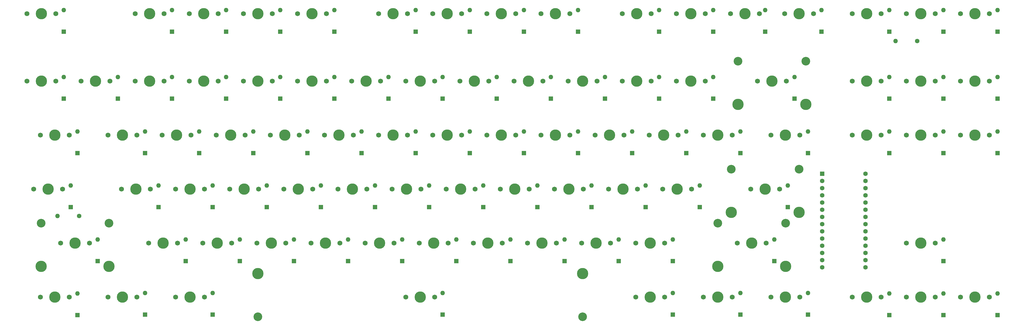
<source format=gbr>
%TF.GenerationSoftware,KiCad,Pcbnew,(6.0.2)*%
%TF.CreationDate,2022-02-20T23:43:42-05:00*%
%TF.ProjectId,TKL,544b4c2e-6b69-4636-9164-5f7063625858,rev?*%
%TF.SameCoordinates,Original*%
%TF.FileFunction,Soldermask,Top*%
%TF.FilePolarity,Negative*%
%FSLAX46Y46*%
G04 Gerber Fmt 4.6, Leading zero omitted, Abs format (unit mm)*
G04 Created by KiCad (PCBNEW (6.0.2)) date 2022-02-20 23:43:42*
%MOMM*%
%LPD*%
G01*
G04 APERTURE LIST*
%ADD10C,1.750000*%
%ADD11C,3.987800*%
%ADD12C,3.048000*%
%ADD13R,1.600000X1.600000*%
%ADD14C,1.600000*%
%ADD15O,1.600000X1.600000*%
G04 APERTURE END LIST*
D10*
%TO.C,MX33*%
X40957501Y-131762501D03*
X51117501Y-131762501D03*
D11*
X46037501Y-131762501D03*
%TD*%
D10*
%TO.C,MX59*%
X251142501Y-150812501D03*
D11*
X246062501Y-150812501D03*
D10*
X240982501Y-150812501D03*
%TD*%
%TO.C,MX81*%
X250507501Y-188912501D03*
D11*
X255587501Y-188912501D03*
D10*
X260667501Y-188912501D03*
%TD*%
%TO.C,MX68*%
X146367501Y-169862501D03*
X136207501Y-169862501D03*
D11*
X141287501Y-169862501D03*
%TD*%
D10*
%TO.C,MX31*%
X336867501Y-112712501D03*
D11*
X331787501Y-112712501D03*
D10*
X326707501Y-112712501D03*
%TD*%
%TO.C,MX71*%
X193357501Y-169862501D03*
D11*
X198437501Y-169862501D03*
D10*
X203517501Y-169862501D03*
%TD*%
%TO.C,MX11*%
X274955001Y-88900001D03*
X264795001Y-88900001D03*
D11*
X269875001Y-88900001D03*
%TD*%
D10*
%TO.C,MX76*%
X364807501Y-131762501D03*
D11*
X369887501Y-131762501D03*
D10*
X374967501Y-131762501D03*
%TD*%
%TO.C,MX6*%
X160020001Y-88900001D03*
D11*
X165100001Y-88900001D03*
D10*
X170180001Y-88900001D03*
%TD*%
D12*
%TO.C,MX61*%
X308006751Y-143827501D03*
D10*
X290988751Y-150812501D03*
D12*
X284130751Y-143827501D03*
D10*
X301148751Y-150812501D03*
D11*
X296068751Y-150812501D03*
X308006751Y-159067501D03*
X284130751Y-159067501D03*
%TD*%
D10*
%TO.C,MX37*%
X121920001Y-131762501D03*
D11*
X127000001Y-131762501D03*
D10*
X132080001Y-131762501D03*
%TD*%
%TO.C,MX66*%
X98107501Y-169862501D03*
X108267501Y-169862501D03*
D11*
X103187501Y-169862501D03*
%TD*%
D10*
%TO.C,MX72*%
X212407501Y-169862501D03*
D11*
X217487501Y-169862501D03*
D10*
X222567501Y-169862501D03*
%TD*%
D11*
%TO.C,MX79*%
X93662501Y-188912501D03*
D10*
X88582501Y-188912501D03*
X98742501Y-188912501D03*
%TD*%
D11*
%TO.C,MX26*%
X212725001Y-112712501D03*
D10*
X207645001Y-112712501D03*
X217805001Y-112712501D03*
%TD*%
D11*
%TO.C,MX22*%
X136525001Y-112712501D03*
D10*
X141605001Y-112712501D03*
X131445001Y-112712501D03*
%TD*%
D11*
%TO.C,MX64*%
X65119251Y-178117501D03*
D10*
X48101251Y-169862501D03*
D12*
X41243251Y-162877501D03*
D11*
X53181251Y-169862501D03*
D12*
X65119251Y-162877501D03*
D10*
X58261251Y-169862501D03*
D11*
X41243251Y-178117501D03*
%TD*%
D10*
%TO.C,MX28*%
X255905001Y-112712501D03*
X245745001Y-112712501D03*
D11*
X250825001Y-112712501D03*
%TD*%
%TO.C,MX27*%
X231775001Y-112712501D03*
D10*
X236855001Y-112712501D03*
X226695001Y-112712501D03*
%TD*%
%TO.C,MX29*%
X274955001Y-112712501D03*
X264795001Y-112712501D03*
D11*
X269875001Y-112712501D03*
%TD*%
%TO.C,MX65*%
X84137501Y-169862501D03*
D10*
X79057501Y-169862501D03*
X89217501Y-169862501D03*
%TD*%
%TO.C,MX54*%
X155892501Y-150812501D03*
D11*
X150812501Y-150812501D03*
D10*
X145732501Y-150812501D03*
%TD*%
%TO.C,MX80*%
X169545001Y-188912501D03*
D11*
X117475001Y-180657501D03*
X231775001Y-180657501D03*
D10*
X179705001Y-188912501D03*
D11*
X174625001Y-188912501D03*
D12*
X231775001Y-195897501D03*
X117475001Y-195897501D03*
%TD*%
D10*
%TO.C,MX42*%
X227330001Y-131762501D03*
D11*
X222250001Y-131762501D03*
D10*
X217170001Y-131762501D03*
%TD*%
D11*
%TO.C,MX16*%
X369887501Y-88900001D03*
D10*
X374967501Y-88900001D03*
X364807501Y-88900001D03*
%TD*%
D11*
%TO.C,MX5*%
X136525001Y-88900001D03*
D10*
X141605001Y-88900001D03*
X131445001Y-88900001D03*
%TD*%
%TO.C,MX24*%
X179705001Y-112712501D03*
D11*
X174625001Y-112712501D03*
D10*
X169545001Y-112712501D03*
%TD*%
%TO.C,MX56*%
X193992501Y-150812501D03*
D11*
X188912501Y-150812501D03*
D10*
X183832501Y-150812501D03*
%TD*%
%TO.C,MX12*%
X294005001Y-88900001D03*
D11*
X288925001Y-88900001D03*
D10*
X283845001Y-88900001D03*
%TD*%
D11*
%TO.C,MX30*%
X286512001Y-120967501D03*
D12*
X310388001Y-105727501D03*
D11*
X298450001Y-112712501D03*
D10*
X293370001Y-112712501D03*
D11*
X310388001Y-120967501D03*
D12*
X286512001Y-105727501D03*
D10*
X303530001Y-112712501D03*
%TD*%
%TO.C,MX55*%
X174942501Y-150812501D03*
X164782501Y-150812501D03*
D11*
X169862501Y-150812501D03*
%TD*%
D10*
%TO.C,MX73*%
X241617501Y-169862501D03*
D11*
X236537501Y-169862501D03*
D10*
X231457501Y-169862501D03*
%TD*%
%TO.C,MX48*%
X345757501Y-131762501D03*
D11*
X350837501Y-131762501D03*
D10*
X355917501Y-131762501D03*
%TD*%
D11*
%TO.C,MX14*%
X331787501Y-88900001D03*
D10*
X326707501Y-88900001D03*
X336867501Y-88900001D03*
%TD*%
%TO.C,MX34*%
X74930001Y-131762501D03*
X64770001Y-131762501D03*
D11*
X69850001Y-131762501D03*
%TD*%
D10*
%TO.C,MX20*%
X93345001Y-112712501D03*
X103505001Y-112712501D03*
D11*
X98425001Y-112712501D03*
%TD*%
D10*
%TO.C,MX43*%
X236220001Y-131762501D03*
X246380001Y-131762501D03*
D11*
X241300001Y-131762501D03*
%TD*%
D10*
%TO.C,MX67*%
X117157501Y-169862501D03*
X127317501Y-169862501D03*
D11*
X122237501Y-169862501D03*
%TD*%
%TO.C,MX70*%
X179387501Y-169862501D03*
D10*
X174307501Y-169862501D03*
X184467501Y-169862501D03*
%TD*%
%TO.C,MX9*%
X227330001Y-88900001D03*
X217170001Y-88900001D03*
D11*
X222250001Y-88900001D03*
%TD*%
%TO.C,MX45*%
X279400001Y-131762501D03*
D10*
X284480001Y-131762501D03*
X274320001Y-131762501D03*
%TD*%
%TO.C,MX32*%
X364807501Y-112712501D03*
D11*
X369887501Y-112712501D03*
D10*
X374967501Y-112712501D03*
%TD*%
D11*
%TO.C,MX39*%
X165100001Y-131762501D03*
D10*
X170180001Y-131762501D03*
X160020001Y-131762501D03*
%TD*%
%TO.C,MX3*%
X103505001Y-88900001D03*
D11*
X98425001Y-88900001D03*
D10*
X93345001Y-88900001D03*
%TD*%
%TO.C,MX41*%
X198120001Y-131762501D03*
X208280001Y-131762501D03*
D11*
X203200001Y-131762501D03*
%TD*%
D10*
%TO.C,MX50*%
X79692501Y-150812501D03*
X69532501Y-150812501D03*
D11*
X74612501Y-150812501D03*
%TD*%
%TO.C,MX2*%
X79375001Y-88900001D03*
D10*
X84455001Y-88900001D03*
X74295001Y-88900001D03*
%TD*%
%TO.C,MX46*%
X308292501Y-131762501D03*
D11*
X303212501Y-131762501D03*
D10*
X298132501Y-131762501D03*
%TD*%
D13*
%TO.C,U1*%
X316166501Y-145415001D03*
D14*
X316166501Y-147955001D03*
X316166501Y-150495001D03*
X316166501Y-153035001D03*
X316166501Y-155575001D03*
X316166501Y-158115001D03*
X316166501Y-160655001D03*
X316166501Y-163195001D03*
X316166501Y-165735001D03*
X316166501Y-168275001D03*
X316166501Y-170815001D03*
X316166501Y-173355001D03*
X316166501Y-175895001D03*
X316166501Y-178435001D03*
X331406501Y-178435001D03*
X331406501Y-175895001D03*
X331406501Y-173355001D03*
X331406501Y-170815001D03*
X331406501Y-168275001D03*
X331406501Y-165735001D03*
X331406501Y-163195001D03*
X331406501Y-160655001D03*
X331406501Y-158115001D03*
X331406501Y-155575001D03*
X331406501Y-153035001D03*
X331406501Y-150495001D03*
X331406501Y-147955001D03*
X331406501Y-145415001D03*
%TD*%
D11*
%TO.C,MX77*%
X46037501Y-188912501D03*
D10*
X51117501Y-188912501D03*
X40957501Y-188912501D03*
%TD*%
%TO.C,MX19*%
X84455001Y-112712501D03*
X74295001Y-112712501D03*
D11*
X79375001Y-112712501D03*
%TD*%
D10*
%TO.C,MX78*%
X74930001Y-188912501D03*
D11*
X69850001Y-188912501D03*
D10*
X64770001Y-188912501D03*
%TD*%
%TO.C,MX15*%
X355917501Y-88900001D03*
D11*
X350837501Y-88900001D03*
D10*
X345757501Y-88900001D03*
%TD*%
%TO.C,MX44*%
X255270001Y-131762501D03*
D11*
X260350001Y-131762501D03*
D10*
X265430001Y-131762501D03*
%TD*%
D11*
%TO.C,MX75*%
X279368251Y-178117501D03*
D12*
X279368251Y-162877501D03*
X303244251Y-162877501D03*
D10*
X296386251Y-169862501D03*
D11*
X303244251Y-178117501D03*
D10*
X286226251Y-169862501D03*
D11*
X291306251Y-169862501D03*
%TD*%
%TO.C,MX85*%
X350837501Y-188912501D03*
D10*
X345757501Y-188912501D03*
X355917501Y-188912501D03*
%TD*%
%TO.C,MX7*%
X189230001Y-88900001D03*
D11*
X184150001Y-88900001D03*
D10*
X179070001Y-88900001D03*
%TD*%
%TO.C,MX60*%
X260032501Y-150812501D03*
X270192501Y-150812501D03*
D11*
X265112501Y-150812501D03*
%TD*%
D10*
%TO.C,MX40*%
X179070001Y-131762501D03*
X189230001Y-131762501D03*
D11*
X184150001Y-131762501D03*
%TD*%
D10*
%TO.C,MX84*%
X336867501Y-188912501D03*
D11*
X331787501Y-188912501D03*
D10*
X326707501Y-188912501D03*
%TD*%
D11*
%TO.C,MX21*%
X117475001Y-112712501D03*
D10*
X122555001Y-112712501D03*
X112395001Y-112712501D03*
%TD*%
%TO.C,MX49*%
X48736251Y-150812501D03*
D11*
X43656251Y-150812501D03*
D10*
X38576251Y-150812501D03*
%TD*%
%TO.C,MX4*%
X112395001Y-88900001D03*
D11*
X117475001Y-88900001D03*
D10*
X122555001Y-88900001D03*
%TD*%
D11*
%TO.C,MX1*%
X41275001Y-88900001D03*
D10*
X46355001Y-88900001D03*
X36195001Y-88900001D03*
%TD*%
D11*
%TO.C,MX23*%
X155575001Y-112712501D03*
D10*
X160655001Y-112712501D03*
X150495001Y-112712501D03*
%TD*%
D11*
%TO.C,MX13*%
X307975001Y-88900001D03*
D10*
X313055001Y-88900001D03*
X302895001Y-88900001D03*
%TD*%
D11*
%TO.C,MX38*%
X146050001Y-131762501D03*
D10*
X140970001Y-131762501D03*
X151130001Y-131762501D03*
%TD*%
%TO.C,MX63*%
X345757501Y-112712501D03*
D11*
X350837501Y-112712501D03*
D10*
X355917501Y-112712501D03*
%TD*%
%TO.C,MX83*%
X308292501Y-188912501D03*
X298132501Y-188912501D03*
D11*
X303212501Y-188912501D03*
%TD*%
%TO.C,MX8*%
X203200001Y-88900001D03*
D10*
X208280001Y-88900001D03*
X198120001Y-88900001D03*
%TD*%
%TO.C,MX47*%
X336867501Y-131762501D03*
D11*
X331787501Y-131762501D03*
D10*
X326707501Y-131762501D03*
%TD*%
D11*
%TO.C,MX57*%
X207962501Y-150812501D03*
D10*
X213042501Y-150812501D03*
X202882501Y-150812501D03*
%TD*%
%TO.C,MX82*%
X274320001Y-188912501D03*
D11*
X279400001Y-188912501D03*
D10*
X284480001Y-188912501D03*
%TD*%
%TO.C,MX10*%
X245745001Y-88900001D03*
D11*
X250825001Y-88900001D03*
D10*
X255905001Y-88900001D03*
%TD*%
%TO.C,MX62*%
X355917501Y-169862501D03*
D11*
X350837501Y-169862501D03*
D10*
X345757501Y-169862501D03*
%TD*%
%TO.C,MX36*%
X113030001Y-131762501D03*
D11*
X107950001Y-131762501D03*
D10*
X102870001Y-131762501D03*
%TD*%
%TO.C,MX52*%
X117792501Y-150812501D03*
X107632501Y-150812501D03*
D11*
X112712501Y-150812501D03*
%TD*%
%TO.C,MX25*%
X193675001Y-112712501D03*
D10*
X198755001Y-112712501D03*
X188595001Y-112712501D03*
%TD*%
D11*
%TO.C,MX35*%
X88900001Y-131762501D03*
D10*
X83820001Y-131762501D03*
X93980001Y-131762501D03*
%TD*%
%TO.C,MX17*%
X46355001Y-112712501D03*
X36195001Y-112712501D03*
D11*
X41275001Y-112712501D03*
%TD*%
D10*
%TO.C,MX69*%
X165417501Y-169862501D03*
X155257501Y-169862501D03*
D11*
X160337501Y-169862501D03*
%TD*%
%TO.C,MX86*%
X369887501Y-188912501D03*
D10*
X374967501Y-188912501D03*
X364807501Y-188912501D03*
%TD*%
%TO.C,MX74*%
X260667501Y-169862501D03*
D11*
X255587501Y-169862501D03*
D10*
X250507501Y-169862501D03*
%TD*%
%TO.C,MX18*%
X55245001Y-112712501D03*
D11*
X60325001Y-112712501D03*
D10*
X65405001Y-112712501D03*
%TD*%
%TO.C,MX58*%
X221932501Y-150812501D03*
D11*
X227012501Y-150812501D03*
D10*
X232092501Y-150812501D03*
%TD*%
D11*
%TO.C,MX51*%
X93662501Y-150812501D03*
D10*
X88582501Y-150812501D03*
X98742501Y-150812501D03*
%TD*%
%TO.C,MX53*%
X136842501Y-150812501D03*
D11*
X131762501Y-150812501D03*
D10*
X126682501Y-150812501D03*
%TD*%
D13*
%TO.C,D39*%
X173037501Y-138112501D03*
D15*
X173037501Y-130492501D03*
%TD*%
D13*
%TO.C,D36*%
X115887501Y-138112501D03*
D15*
X115887501Y-130492501D03*
%TD*%
D13*
%TO.C,D24*%
X182562501Y-118903751D03*
D15*
X182562501Y-111283751D03*
%TD*%
D13*
%TO.C,D73*%
X244475001Y-176212501D03*
D15*
X244475001Y-168592501D03*
%TD*%
D13*
%TO.C,D41*%
X211137501Y-138112501D03*
D15*
X211137501Y-130492501D03*
%TD*%
D13*
%TO.C,D7*%
X192087501Y-95250001D03*
D15*
X192087501Y-87630001D03*
%TD*%
D13*
%TO.C,D28*%
X258762501Y-118903751D03*
D15*
X258762501Y-111283751D03*
%TD*%
D13*
%TO.C,D57*%
X215900001Y-157162501D03*
D15*
X215900001Y-149542501D03*
%TD*%
D13*
%TO.C,D21*%
X125412501Y-118903751D03*
D15*
X125412501Y-111283751D03*
%TD*%
D13*
%TO.C,D75*%
X299243751Y-176212501D03*
D15*
X299243751Y-168592501D03*
%TD*%
D13*
%TO.C,D72*%
X225425001Y-176212501D03*
D15*
X225425001Y-168592501D03*
%TD*%
D13*
%TO.C,D37*%
X134937501Y-138112501D03*
D15*
X134937501Y-130492501D03*
%TD*%
D13*
%TO.C,D60*%
X273050001Y-157162501D03*
D15*
X273050001Y-149542501D03*
%TD*%
D13*
%TO.C,D27*%
X239712501Y-118903751D03*
D15*
X239712501Y-111283751D03*
%TD*%
D13*
%TO.C,D77*%
X53975001Y-195262501D03*
D15*
X53975001Y-187642501D03*
%TD*%
D13*
%TO.C,D5*%
X144462501Y-95250001D03*
D15*
X144462501Y-87630001D03*
%TD*%
D13*
%TO.C,D46*%
X311150001Y-138112501D03*
D15*
X311150001Y-130492501D03*
%TD*%
D13*
%TO.C,D86*%
X377825001Y-195262501D03*
D15*
X377825001Y-187642501D03*
%TD*%
D13*
%TO.C,D64*%
X61118751Y-176212501D03*
D15*
X61118751Y-168592501D03*
%TD*%
D13*
%TO.C,D44*%
X268287501Y-138112501D03*
D15*
X268287501Y-130492501D03*
%TD*%
D13*
%TO.C,D59*%
X254000001Y-157162501D03*
D15*
X254000001Y-149542501D03*
%TD*%
D13*
%TO.C,D1*%
X49212501Y-95250001D03*
D15*
X49212501Y-87630001D03*
%TD*%
D13*
%TO.C,D30*%
X306387501Y-118903751D03*
D15*
X306387501Y-111283751D03*
%TD*%
D13*
%TO.C,D61*%
X304006251Y-157162501D03*
D15*
X304006251Y-149542501D03*
%TD*%
D13*
%TO.C,D19*%
X87312501Y-118903751D03*
D15*
X87312501Y-111283751D03*
%TD*%
D13*
%TO.C,D25*%
X201612501Y-118903751D03*
D15*
X201612501Y-111283751D03*
%TD*%
D13*
%TO.C,D3*%
X106362501Y-95250001D03*
D15*
X106362501Y-87630001D03*
%TD*%
D13*
%TO.C,D49*%
X51593751Y-157162501D03*
D15*
X51593751Y-149542501D03*
%TD*%
D13*
%TO.C,D81*%
X263525001Y-195103751D03*
D15*
X263525001Y-187483751D03*
%TD*%
D13*
%TO.C,D14*%
X339725001Y-95250001D03*
D15*
X339725001Y-87630001D03*
%TD*%
D13*
%TO.C,D63*%
X358775001Y-118903751D03*
D15*
X358775001Y-111283751D03*
%TD*%
D13*
%TO.C,D78*%
X77787501Y-195103751D03*
D15*
X77787501Y-187483751D03*
%TD*%
D13*
%TO.C,D9*%
X230187501Y-95250001D03*
D15*
X230187501Y-87630001D03*
%TD*%
D13*
%TO.C,D79*%
X101600001Y-195103751D03*
D15*
X101600001Y-187483751D03*
%TD*%
D13*
%TO.C,D12*%
X296068751Y-95250001D03*
D15*
X296068751Y-87630001D03*
%TD*%
D13*
%TO.C,D43*%
X249237501Y-138112501D03*
D15*
X249237501Y-130492501D03*
%TD*%
D13*
%TO.C,D82*%
X287337501Y-195103751D03*
D15*
X287337501Y-187483751D03*
%TD*%
D13*
%TO.C,D48*%
X358775001Y-138112501D03*
D15*
X358775001Y-130492501D03*
%TD*%
D13*
%TO.C,D53*%
X139700001Y-157162501D03*
D15*
X139700001Y-149542501D03*
%TD*%
D13*
%TO.C,D40*%
X192087501Y-138112501D03*
D15*
X192087501Y-130492501D03*
%TD*%
D13*
%TO.C,D31*%
X339725001Y-118903751D03*
D15*
X339725001Y-111283751D03*
%TD*%
D13*
%TO.C,D35*%
X96837501Y-138112501D03*
D15*
X96837501Y-130492501D03*
%TD*%
D13*
%TO.C,D45*%
X287337501Y-138112501D03*
D15*
X287337501Y-130492501D03*
%TD*%
D13*
%TO.C,D68*%
X149225001Y-176212501D03*
D15*
X149225001Y-168592501D03*
%TD*%
D13*
%TO.C,D29*%
X277812501Y-118903751D03*
D15*
X277812501Y-111283751D03*
%TD*%
D13*
%TO.C,D54*%
X158750001Y-157162501D03*
D15*
X158750001Y-149542501D03*
%TD*%
D13*
%TO.C,D65*%
X92075001Y-176212501D03*
D15*
X92075001Y-168592501D03*
%TD*%
D13*
%TO.C,D33*%
X53975001Y-138112501D03*
D15*
X53975001Y-130492501D03*
%TD*%
D13*
%TO.C,D51*%
X101600001Y-157162501D03*
D15*
X101600001Y-149542501D03*
%TD*%
D13*
%TO.C,D70*%
X187325001Y-176212501D03*
D15*
X187325001Y-168592501D03*
%TD*%
D13*
%TO.C,D11*%
X277812501Y-95250001D03*
D15*
X277812501Y-87630001D03*
%TD*%
D13*
%TO.C,D6*%
X173037501Y-95250001D03*
D15*
X173037501Y-87630001D03*
%TD*%
D13*
%TO.C,D69*%
X168275001Y-176212501D03*
D15*
X168275001Y-168592501D03*
%TD*%
D13*
%TO.C,D52*%
X120650001Y-157162501D03*
D15*
X120650001Y-149542501D03*
%TD*%
D13*
%TO.C,D67*%
X130175001Y-176212501D03*
D15*
X130175001Y-168592501D03*
%TD*%
D13*
%TO.C,D32*%
X377825001Y-118903751D03*
D15*
X377825001Y-111283751D03*
%TD*%
D13*
%TO.C,D18*%
X68262501Y-118903751D03*
D15*
X68262501Y-111283751D03*
%TD*%
D13*
%TO.C,D34*%
X77787501Y-138112501D03*
D15*
X77787501Y-130492501D03*
%TD*%
D13*
%TO.C,D47*%
X339725001Y-138112501D03*
D15*
X339725001Y-130492501D03*
%TD*%
D13*
%TO.C,D62*%
X358775001Y-176212501D03*
D15*
X358775001Y-168592501D03*
%TD*%
D13*
%TO.C,D16*%
X377825001Y-95250001D03*
D15*
X377825001Y-87630001D03*
%TD*%
D13*
%TO.C,D85*%
X358775001Y-195262501D03*
D15*
X358775001Y-187642501D03*
%TD*%
D13*
%TO.C,D15*%
X358775001Y-95250001D03*
D15*
X358775001Y-87630001D03*
%TD*%
D13*
%TO.C,D20*%
X106362501Y-118903751D03*
D15*
X106362501Y-111283751D03*
%TD*%
D13*
%TO.C,D83*%
X311150001Y-195103751D03*
D15*
X311150001Y-187483751D03*
%TD*%
D13*
%TO.C,D10*%
X258762501Y-95250001D03*
D15*
X258762501Y-87630001D03*
%TD*%
D13*
%TO.C,D76*%
X377825001Y-138112501D03*
D15*
X377825001Y-130492501D03*
%TD*%
D13*
%TO.C,D50*%
X82550001Y-157162501D03*
D15*
X82550001Y-149542501D03*
%TD*%
D14*
%TO.C,R1*%
X349567501Y-98615501D03*
D15*
X341947501Y-98615501D03*
%TD*%
D13*
%TO.C,D58*%
X234950001Y-157162501D03*
D15*
X234950001Y-149542501D03*
%TD*%
D13*
%TO.C,D13*%
X315912501Y-95250001D03*
D15*
X315912501Y-87630001D03*
%TD*%
D13*
%TO.C,D80*%
X182562501Y-195103751D03*
D15*
X182562501Y-187483751D03*
%TD*%
D13*
%TO.C,D4*%
X125412501Y-95250001D03*
D15*
X125412501Y-87630001D03*
%TD*%
D13*
%TO.C,D8*%
X211137501Y-95250001D03*
D15*
X211137501Y-87630001D03*
%TD*%
D13*
%TO.C,D55*%
X177800001Y-157162501D03*
D15*
X177800001Y-149542501D03*
%TD*%
D13*
%TO.C,D38*%
X153987501Y-138112501D03*
D15*
X153987501Y-130492501D03*
%TD*%
D13*
%TO.C,D56*%
X196850001Y-157162501D03*
D15*
X196850001Y-149542501D03*
%TD*%
D13*
%TO.C,D42*%
X230187501Y-138112501D03*
D15*
X230187501Y-130492501D03*
%TD*%
D13*
%TO.C,D2*%
X87312501Y-95250001D03*
D15*
X87312501Y-87630001D03*
%TD*%
D13*
%TO.C,D74*%
X263525001Y-176212501D03*
D15*
X263525001Y-168592501D03*
%TD*%
D13*
%TO.C,D84*%
X339725001Y-195262501D03*
D15*
X339725001Y-187642501D03*
%TD*%
D14*
%TO.C,R2*%
X54610001Y-160337501D03*
D15*
X46990001Y-160337501D03*
%TD*%
D13*
%TO.C,D66*%
X111125001Y-176212501D03*
D15*
X111125001Y-168592501D03*
%TD*%
D13*
%TO.C,D17*%
X49212501Y-118903751D03*
D15*
X49212501Y-111283751D03*
%TD*%
D13*
%TO.C,D22*%
X144462501Y-118903751D03*
D15*
X144462501Y-111283751D03*
%TD*%
D13*
%TO.C,D26*%
X220662501Y-118903751D03*
D15*
X220662501Y-111283751D03*
%TD*%
D13*
%TO.C,D71*%
X206375001Y-176212501D03*
D15*
X206375001Y-168592501D03*
%TD*%
D13*
%TO.C,D23*%
X163512501Y-118903751D03*
D15*
X163512501Y-111283751D03*
%TD*%
M02*

</source>
